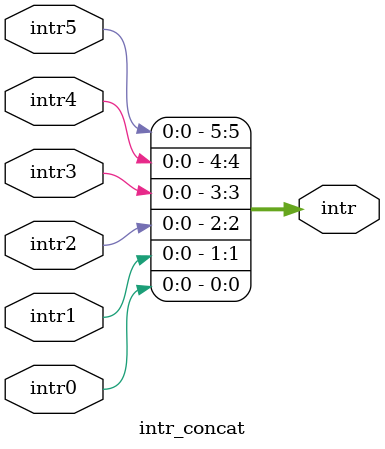
<source format=v>
`timescale 1ns / 1ps

module intr_concat(
    input  wire       intr0,
    input  wire       intr1,
    input  wire       intr2,
    input  wire       intr3,
    input  wire       intr4,
    input  wire       intr5,
    
    output wire [5:0] intr
);

    assign intr = {intr5, intr4, intr3, intr2, intr1, intr0};

endmodule

</source>
